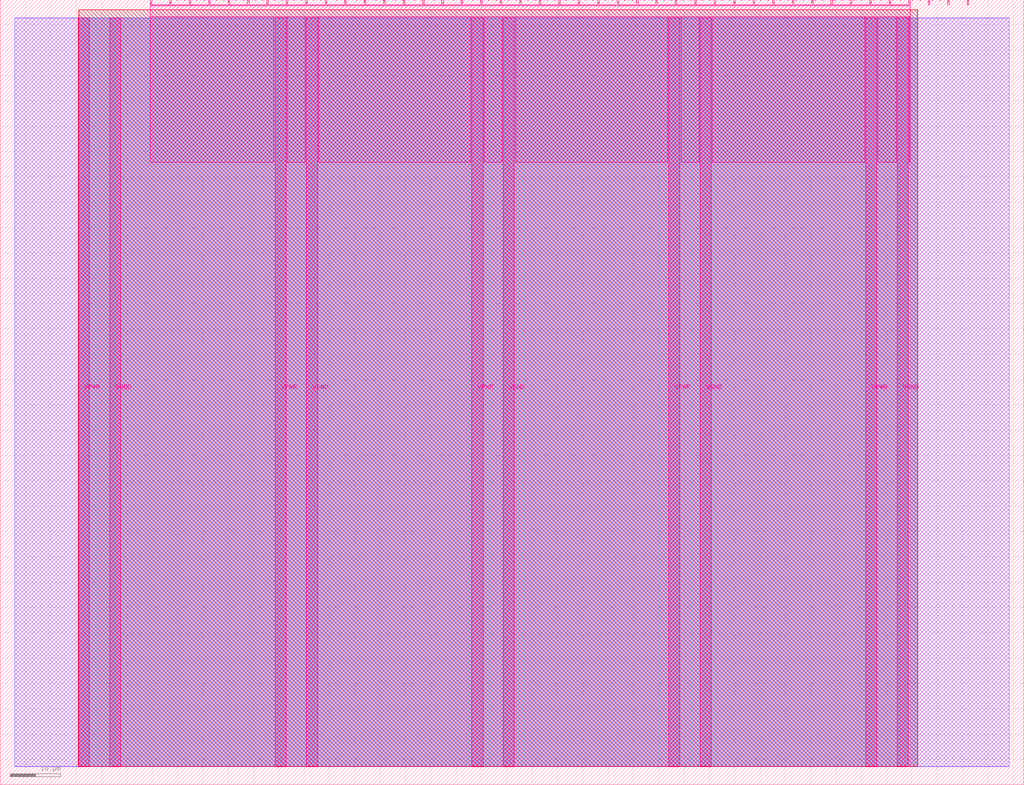
<source format=lef>
VERSION 5.7 ;
  NOWIREEXTENSIONATPIN ON ;
  DIVIDERCHAR "/" ;
  BUSBITCHARS "[]" ;
MACRO tt_um_prefix8
  CLASS BLOCK ;
  FOREIGN tt_um_prefix8 ;
  ORIGIN 0.000 0.000 ;
  SIZE 202.080 BY 154.980 ;
  PIN VGND
    DIRECTION INOUT ;
    USE GROUND ;
    PORT
      LAYER Metal5 ;
        RECT 21.580 3.560 23.780 151.420 ;
    END
    PORT
      LAYER Metal5 ;
        RECT 60.450 3.560 62.650 151.420 ;
    END
    PORT
      LAYER Metal5 ;
        RECT 99.320 3.560 101.520 151.420 ;
    END
    PORT
      LAYER Metal5 ;
        RECT 138.190 3.560 140.390 151.420 ;
    END
    PORT
      LAYER Metal5 ;
        RECT 177.060 3.560 179.260 151.420 ;
    END
  END VGND
  PIN VPWR
    DIRECTION INOUT ;
    USE POWER ;
    PORT
      LAYER Metal5 ;
        RECT 15.380 3.560 17.580 151.420 ;
    END
    PORT
      LAYER Metal5 ;
        RECT 54.250 3.560 56.450 151.420 ;
    END
    PORT
      LAYER Metal5 ;
        RECT 93.120 3.560 95.320 151.420 ;
    END
    PORT
      LAYER Metal5 ;
        RECT 131.990 3.560 134.190 151.420 ;
    END
    PORT
      LAYER Metal5 ;
        RECT 170.860 3.560 173.060 151.420 ;
    END
  END VPWR
  PIN clk
    DIRECTION INPUT ;
    USE SIGNAL ;
    PORT
      LAYER Metal5 ;
        RECT 187.050 153.980 187.350 154.980 ;
    END
  END clk
  PIN ena
    DIRECTION INPUT ;
    USE SIGNAL ;
    PORT
      LAYER Metal5 ;
        RECT 190.890 153.980 191.190 154.980 ;
    END
  END ena
  PIN rst_n
    DIRECTION INPUT ;
    USE SIGNAL ;
    PORT
      LAYER Metal5 ;
        RECT 183.210 153.980 183.510 154.980 ;
    END
  END rst_n
  PIN ui_in[0]
    DIRECTION INPUT ;
    USE SIGNAL ;
    ANTENNAGATEAREA 0.180700 ;
    PORT
      LAYER Metal5 ;
        RECT 179.370 153.980 179.670 154.980 ;
    END
  END ui_in[0]
  PIN ui_in[1]
    DIRECTION INPUT ;
    USE SIGNAL ;
    ANTENNAGATEAREA 0.180700 ;
    PORT
      LAYER Metal5 ;
        RECT 175.530 153.980 175.830 154.980 ;
    END
  END ui_in[1]
  PIN ui_in[2]
    DIRECTION INPUT ;
    USE SIGNAL ;
    ANTENNAGATEAREA 0.180700 ;
    PORT
      LAYER Metal5 ;
        RECT 171.690 153.980 171.990 154.980 ;
    END
  END ui_in[2]
  PIN ui_in[3]
    DIRECTION INPUT ;
    USE SIGNAL ;
    ANTENNAGATEAREA 0.180700 ;
    PORT
      LAYER Metal5 ;
        RECT 167.850 153.980 168.150 154.980 ;
    END
  END ui_in[3]
  PIN ui_in[4]
    DIRECTION INPUT ;
    USE SIGNAL ;
    ANTENNAGATEAREA 0.180700 ;
    PORT
      LAYER Metal5 ;
        RECT 164.010 153.980 164.310 154.980 ;
    END
  END ui_in[4]
  PIN ui_in[5]
    DIRECTION INPUT ;
    USE SIGNAL ;
    ANTENNAGATEAREA 0.180700 ;
    PORT
      LAYER Metal5 ;
        RECT 160.170 153.980 160.470 154.980 ;
    END
  END ui_in[5]
  PIN ui_in[6]
    DIRECTION INPUT ;
    USE SIGNAL ;
    ANTENNAGATEAREA 0.180700 ;
    PORT
      LAYER Metal5 ;
        RECT 156.330 153.980 156.630 154.980 ;
    END
  END ui_in[6]
  PIN ui_in[7]
    DIRECTION INPUT ;
    USE SIGNAL ;
    ANTENNAGATEAREA 0.180700 ;
    PORT
      LAYER Metal5 ;
        RECT 152.490 153.980 152.790 154.980 ;
    END
  END ui_in[7]
  PIN uio_in[0]
    DIRECTION INPUT ;
    USE SIGNAL ;
    ANTENNAGATEAREA 0.180700 ;
    PORT
      LAYER Metal5 ;
        RECT 148.650 153.980 148.950 154.980 ;
    END
  END uio_in[0]
  PIN uio_in[1]
    DIRECTION INPUT ;
    USE SIGNAL ;
    ANTENNAGATEAREA 0.180700 ;
    PORT
      LAYER Metal5 ;
        RECT 144.810 153.980 145.110 154.980 ;
    END
  END uio_in[1]
  PIN uio_in[2]
    DIRECTION INPUT ;
    USE SIGNAL ;
    ANTENNAGATEAREA 0.180700 ;
    PORT
      LAYER Metal5 ;
        RECT 140.970 153.980 141.270 154.980 ;
    END
  END uio_in[2]
  PIN uio_in[3]
    DIRECTION INPUT ;
    USE SIGNAL ;
    ANTENNAGATEAREA 0.180700 ;
    PORT
      LAYER Metal5 ;
        RECT 137.130 153.980 137.430 154.980 ;
    END
  END uio_in[3]
  PIN uio_in[4]
    DIRECTION INPUT ;
    USE SIGNAL ;
    ANTENNAGATEAREA 0.180700 ;
    PORT
      LAYER Metal5 ;
        RECT 133.290 153.980 133.590 154.980 ;
    END
  END uio_in[4]
  PIN uio_in[5]
    DIRECTION INPUT ;
    USE SIGNAL ;
    ANTENNAGATEAREA 0.180700 ;
    PORT
      LAYER Metal5 ;
        RECT 129.450 153.980 129.750 154.980 ;
    END
  END uio_in[5]
  PIN uio_in[6]
    DIRECTION INPUT ;
    USE SIGNAL ;
    ANTENNAGATEAREA 0.180700 ;
    PORT
      LAYER Metal5 ;
        RECT 125.610 153.980 125.910 154.980 ;
    END
  END uio_in[6]
  PIN uio_in[7]
    DIRECTION INPUT ;
    USE SIGNAL ;
    ANTENNAGATEAREA 0.180700 ;
    PORT
      LAYER Metal5 ;
        RECT 121.770 153.980 122.070 154.980 ;
    END
  END uio_in[7]
  PIN uio_oe[0]
    DIRECTION OUTPUT ;
    USE SIGNAL ;
    ANTENNADIFFAREA 0.299200 ;
    PORT
      LAYER Metal5 ;
        RECT 56.490 153.980 56.790 154.980 ;
    END
  END uio_oe[0]
  PIN uio_oe[1]
    DIRECTION OUTPUT ;
    USE SIGNAL ;
    ANTENNADIFFAREA 0.299200 ;
    PORT
      LAYER Metal5 ;
        RECT 52.650 153.980 52.950 154.980 ;
    END
  END uio_oe[1]
  PIN uio_oe[2]
    DIRECTION OUTPUT ;
    USE SIGNAL ;
    ANTENNADIFFAREA 0.299200 ;
    PORT
      LAYER Metal5 ;
        RECT 48.810 153.980 49.110 154.980 ;
    END
  END uio_oe[2]
  PIN uio_oe[3]
    DIRECTION OUTPUT ;
    USE SIGNAL ;
    ANTENNADIFFAREA 0.299200 ;
    PORT
      LAYER Metal5 ;
        RECT 44.970 153.980 45.270 154.980 ;
    END
  END uio_oe[3]
  PIN uio_oe[4]
    DIRECTION OUTPUT ;
    USE SIGNAL ;
    ANTENNADIFFAREA 0.299200 ;
    PORT
      LAYER Metal5 ;
        RECT 41.130 153.980 41.430 154.980 ;
    END
  END uio_oe[4]
  PIN uio_oe[5]
    DIRECTION OUTPUT ;
    USE SIGNAL ;
    ANTENNADIFFAREA 0.299200 ;
    PORT
      LAYER Metal5 ;
        RECT 37.290 153.980 37.590 154.980 ;
    END
  END uio_oe[5]
  PIN uio_oe[6]
    DIRECTION OUTPUT ;
    USE SIGNAL ;
    ANTENNADIFFAREA 0.299200 ;
    PORT
      LAYER Metal5 ;
        RECT 33.450 153.980 33.750 154.980 ;
    END
  END uio_oe[6]
  PIN uio_oe[7]
    DIRECTION OUTPUT ;
    USE SIGNAL ;
    ANTENNADIFFAREA 0.299200 ;
    PORT
      LAYER Metal5 ;
        RECT 29.610 153.980 29.910 154.980 ;
    END
  END uio_oe[7]
  PIN uio_out[0]
    DIRECTION OUTPUT ;
    USE SIGNAL ;
    ANTENNADIFFAREA 0.299200 ;
    PORT
      LAYER Metal5 ;
        RECT 87.210 153.980 87.510 154.980 ;
    END
  END uio_out[0]
  PIN uio_out[1]
    DIRECTION OUTPUT ;
    USE SIGNAL ;
    ANTENNADIFFAREA 0.299200 ;
    PORT
      LAYER Metal5 ;
        RECT 83.370 153.980 83.670 154.980 ;
    END
  END uio_out[1]
  PIN uio_out[2]
    DIRECTION OUTPUT ;
    USE SIGNAL ;
    ANTENNADIFFAREA 0.299200 ;
    PORT
      LAYER Metal5 ;
        RECT 79.530 153.980 79.830 154.980 ;
    END
  END uio_out[2]
  PIN uio_out[3]
    DIRECTION OUTPUT ;
    USE SIGNAL ;
    ANTENNADIFFAREA 0.299200 ;
    PORT
      LAYER Metal5 ;
        RECT 75.690 153.980 75.990 154.980 ;
    END
  END uio_out[3]
  PIN uio_out[4]
    DIRECTION OUTPUT ;
    USE SIGNAL ;
    ANTENNADIFFAREA 0.299200 ;
    PORT
      LAYER Metal5 ;
        RECT 71.850 153.980 72.150 154.980 ;
    END
  END uio_out[4]
  PIN uio_out[5]
    DIRECTION OUTPUT ;
    USE SIGNAL ;
    ANTENNADIFFAREA 0.299200 ;
    PORT
      LAYER Metal5 ;
        RECT 68.010 153.980 68.310 154.980 ;
    END
  END uio_out[5]
  PIN uio_out[6]
    DIRECTION OUTPUT ;
    USE SIGNAL ;
    ANTENNADIFFAREA 0.299200 ;
    PORT
      LAYER Metal5 ;
        RECT 64.170 153.980 64.470 154.980 ;
    END
  END uio_out[6]
  PIN uio_out[7]
    DIRECTION OUTPUT ;
    USE SIGNAL ;
    ANTENNADIFFAREA 0.299200 ;
    PORT
      LAYER Metal5 ;
        RECT 60.330 153.980 60.630 154.980 ;
    END
  END uio_out[7]
  PIN uo_out[0]
    DIRECTION OUTPUT ;
    USE SIGNAL ;
    ANTENNADIFFAREA 0.654800 ;
    PORT
      LAYER Metal5 ;
        RECT 117.930 153.980 118.230 154.980 ;
    END
  END uo_out[0]
  PIN uo_out[1]
    DIRECTION OUTPUT ;
    USE SIGNAL ;
    ANTENNADIFFAREA 0.654800 ;
    PORT
      LAYER Metal5 ;
        RECT 114.090 153.980 114.390 154.980 ;
    END
  END uo_out[1]
  PIN uo_out[2]
    DIRECTION OUTPUT ;
    USE SIGNAL ;
    ANTENNADIFFAREA 0.654800 ;
    PORT
      LAYER Metal5 ;
        RECT 110.250 153.980 110.550 154.980 ;
    END
  END uo_out[2]
  PIN uo_out[3]
    DIRECTION OUTPUT ;
    USE SIGNAL ;
    ANTENNADIFFAREA 0.654800 ;
    PORT
      LAYER Metal5 ;
        RECT 106.410 153.980 106.710 154.980 ;
    END
  END uo_out[3]
  PIN uo_out[4]
    DIRECTION OUTPUT ;
    USE SIGNAL ;
    ANTENNADIFFAREA 0.654800 ;
    PORT
      LAYER Metal5 ;
        RECT 102.570 153.980 102.870 154.980 ;
    END
  END uo_out[4]
  PIN uo_out[5]
    DIRECTION OUTPUT ;
    USE SIGNAL ;
    ANTENNADIFFAREA 0.654800 ;
    PORT
      LAYER Metal5 ;
        RECT 98.730 153.980 99.030 154.980 ;
    END
  END uo_out[5]
  PIN uo_out[6]
    DIRECTION OUTPUT ;
    USE SIGNAL ;
    ANTENNADIFFAREA 0.654800 ;
    PORT
      LAYER Metal5 ;
        RECT 94.890 153.980 95.190 154.980 ;
    END
  END uo_out[6]
  PIN uo_out[7]
    DIRECTION OUTPUT ;
    USE SIGNAL ;
    ANTENNADIFFAREA 0.654800 ;
    PORT
      LAYER Metal5 ;
        RECT 91.050 153.980 91.350 154.980 ;
    END
  END uo_out[7]
  OBS
      LAYER GatPoly ;
        RECT 2.880 3.630 199.200 151.350 ;
      LAYER Metal1 ;
        RECT 2.880 3.560 199.200 151.420 ;
      LAYER Metal2 ;
        RECT 15.515 3.680 181.105 151.300 ;
      LAYER Metal3 ;
        RECT 15.560 3.635 181.060 153.025 ;
      LAYER Metal4 ;
        RECT 15.515 3.680 181.105 152.980 ;
      LAYER Metal5 ;
        RECT 30.120 153.770 33.240 153.980 ;
        RECT 33.960 153.770 37.080 153.980 ;
        RECT 37.800 153.770 40.920 153.980 ;
        RECT 41.640 153.770 44.760 153.980 ;
        RECT 45.480 153.770 48.600 153.980 ;
        RECT 49.320 153.770 52.440 153.980 ;
        RECT 53.160 153.770 56.280 153.980 ;
        RECT 57.000 153.770 60.120 153.980 ;
        RECT 60.840 153.770 63.960 153.980 ;
        RECT 64.680 153.770 67.800 153.980 ;
        RECT 68.520 153.770 71.640 153.980 ;
        RECT 72.360 153.770 75.480 153.980 ;
        RECT 76.200 153.770 79.320 153.980 ;
        RECT 80.040 153.770 83.160 153.980 ;
        RECT 83.880 153.770 87.000 153.980 ;
        RECT 87.720 153.770 90.840 153.980 ;
        RECT 91.560 153.770 94.680 153.980 ;
        RECT 95.400 153.770 98.520 153.980 ;
        RECT 99.240 153.770 102.360 153.980 ;
        RECT 103.080 153.770 106.200 153.980 ;
        RECT 106.920 153.770 110.040 153.980 ;
        RECT 110.760 153.770 113.880 153.980 ;
        RECT 114.600 153.770 117.720 153.980 ;
        RECT 118.440 153.770 121.560 153.980 ;
        RECT 122.280 153.770 125.400 153.980 ;
        RECT 126.120 153.770 129.240 153.980 ;
        RECT 129.960 153.770 133.080 153.980 ;
        RECT 133.800 153.770 136.920 153.980 ;
        RECT 137.640 153.770 140.760 153.980 ;
        RECT 141.480 153.770 144.600 153.980 ;
        RECT 145.320 153.770 148.440 153.980 ;
        RECT 149.160 153.770 152.280 153.980 ;
        RECT 153.000 153.770 156.120 153.980 ;
        RECT 156.840 153.770 159.960 153.980 ;
        RECT 160.680 153.770 163.800 153.980 ;
        RECT 164.520 153.770 167.640 153.980 ;
        RECT 168.360 153.770 171.480 153.980 ;
        RECT 172.200 153.770 175.320 153.980 ;
        RECT 176.040 153.770 179.160 153.980 ;
        RECT 29.660 151.630 179.620 153.770 ;
        RECT 29.660 122.915 54.040 151.630 ;
        RECT 56.660 122.915 60.240 151.630 ;
        RECT 62.860 122.915 92.910 151.630 ;
        RECT 95.530 122.915 99.110 151.630 ;
        RECT 101.730 122.915 131.780 151.630 ;
        RECT 134.400 122.915 137.980 151.630 ;
        RECT 140.600 122.915 170.650 151.630 ;
        RECT 173.270 122.915 176.850 151.630 ;
        RECT 179.470 122.915 179.620 151.630 ;
  END
END tt_um_prefix8
END LIBRARY


</source>
